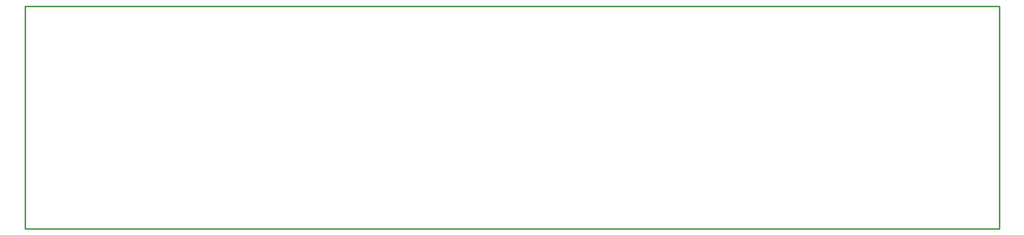
<source format=gbr>
G04 EAGLE Gerber RS-274X export*
G75*
%MOMM*%
%FSLAX34Y34*%
%LPD*%
%IN*%
%IPPOS*%
%AMOC8*
5,1,8,0,0,1.08239X$1,22.5*%
G01*
G04 Define Apertures*
%ADD10C,0.254000*%
D10*
X0Y609600D02*
X1708150Y609600D01*
X1708150Y1000760D01*
X0Y1000760D01*
X0Y609600D01*
M02*

</source>
